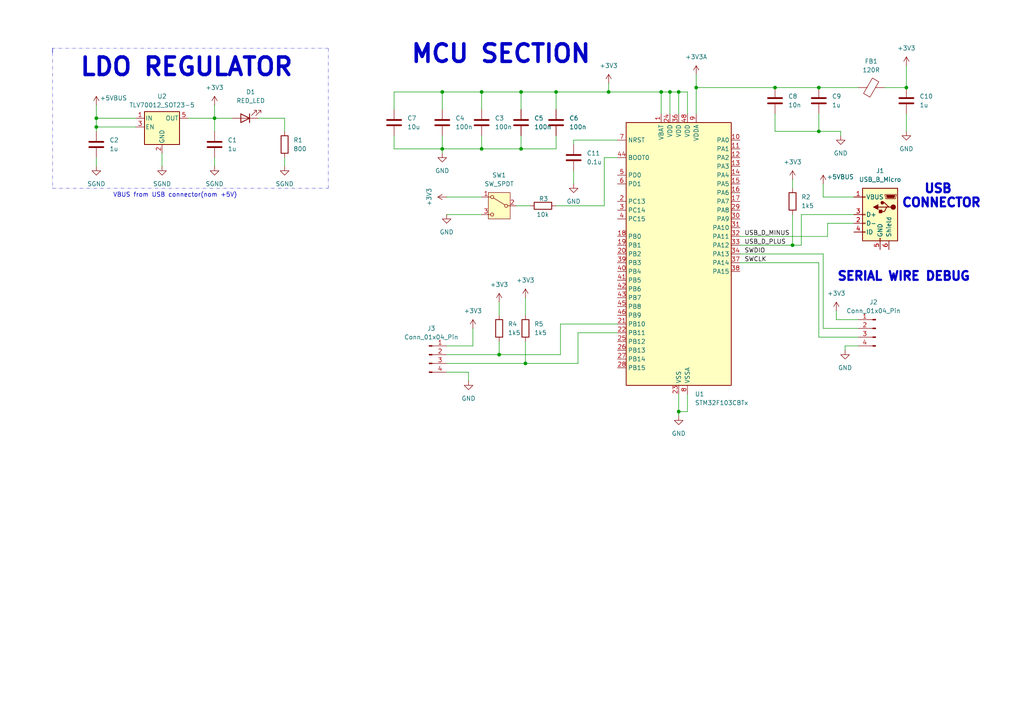
<source format=kicad_sch>
(kicad_sch (version 20250114) (generator "eeschema") (generator_version "9.0")
  (paper "A4")
  (lib_symbols
    (symbol "Connector:Conn_01x04_Pin" (pin_names (offset 1.016) (hide yes))
      (property "Reference" "J" (at 0 5.08 0))
      (property "Value" "Conn_01x04_Pin" (at 0 -7.62 0))
      (symbol "Conn_01x04_Pin_1_1"
        (rectangle (start 0.8636 2.667) (end 0 2.413) (stroke (width 0.1524)) (fill (type outline)))
        (rectangle (start 0.8636 0.127) (end 0 -0.127) (stroke (width 0.1524)) (fill (type outline)))
        (rectangle (start 0.8636 -2.413) (end 0 -2.667) (stroke (width 0.1524)) (fill (type outline)))
        (rectangle (start 0.8636 -4.953) (end 0 -5.207) (stroke (width 0.1524)) (fill (type outline)))
        (polyline (pts (xy 1.27 2.54) (xy 0.8636 2.54)) (stroke (width 0.1524)))
        (polyline (pts (xy 1.27 0) (xy 0.8636 0)) (stroke (width 0.1524)))
        (polyline (pts (xy 1.27 -2.54) (xy 0.8636 -2.54)) (stroke (width 0.1524)))
        (polyline (pts (xy 1.27 -5.08) (xy 0.8636 -5.08)) (stroke (width 0.1524)))
        (pin passive line (at 5.08 2.54 180) (length 3.81) (name "Pin_1") (number "1"))
        (pin passive line (at 5.08 0 180) (length 3.81) (name "Pin_2") (number "2"))
        (pin passive line (at 5.08 -2.54 180) (length 3.81) (name "Pin_3") (number "3"))
        (pin passive line (at 5.08 -5.08 180) (length 3.81) (name "Pin_4") (number "4"))
      )
    )
    (symbol "Connector:USB_B_Micro" (pin_names (offset 1.016))
      (property "Reference" "J" (at -5.08 11.43 0))
      (property "Value" "USB_B_Micro" (at -5.08 8.89 0))
      (symbol "USB_B_Micro_0_1"
        (rectangle (start -5.08 -7.62) (end 5.08 7.62) (stroke (width 0.254)) (fill (type background)))
        (polyline (pts (xy -4.699 5.842) (xy -4.699 5.588) (xy -4.445 4.826) (xy -4.445 4.572) (xy -1.651 4.572) (xy -1.651 4.826) (xy -1.397 5.588) (xy -1.397 5.842) (xy -4.699 5.842)))
        (polyline (pts (xy -4.318 5.588) (xy -1.778 5.588) (xy -2.032 4.826) (xy -4.064 4.826) (xy -4.318 5.588)) (fill (type outline)))
        (circle (center -3.81 2.159) (radius 0.635) (stroke (width 0.254)) (fill (type outline)))
        (polyline (pts (xy -3.175 2.159) (xy -2.54 2.159) (xy -1.27 3.429) (xy -0.635 3.429)) (stroke (width 0.254)))
        (polyline (pts (xy -2.54 2.159) (xy -1.905 2.159) (xy -1.27 0.889) (xy 0 0.889)) (stroke (width 0.254)))
        (polyline (pts (xy -1.905 2.159) (xy 0.635 2.159)) (stroke (width 0.254)))
        (circle (center -0.635 3.429) (radius 0.381) (stroke (width 0.254)) (fill (type outline)))
        (rectangle (start -0.127 -7.62) (end 0.127 -6.858))
        (rectangle (start 0.254 1.27) (end -0.508 0.508) (stroke (width 0.254)) (fill (type outline)))
        (polyline (pts (xy 0.635 2.794) (xy 0.635 1.524) (xy 1.905 2.159) (xy 0.635 2.794)) (stroke (width 0.254)) (fill (type outline)))
        (rectangle (start 5.08 4.953) (end 4.318 5.207))
        (rectangle (start 5.08 -0.127) (end 4.318 0.127))
        (rectangle (start 5.08 -2.667) (end 4.318 -2.413))
        (rectangle (start 5.08 -5.207) (end 4.318 -4.953))
      )
      (symbol "USB_B_Micro_1_1"
        (pin passive line (at -2.54 -10.16 90) (length 2.54) (name "Shield") (number "6"))
        (pin power_out line (at 0 -10.16 90) (length 2.54) (name "GND") (number "5"))
        (pin power_out line (at 7.62 5.08 180) (length 2.54) (name "VBUS") (number "1"))
        (pin bidirectional line (at 7.62 0 180) (length 2.54) (name "D+") (number "3"))
        (pin bidirectional line (at 7.62 -2.54 180) (length 2.54) (name "D-") (number "2"))
        (pin passive line (at 7.62 -5.08 180) (length 2.54) (name "ID") (number "4"))
      )
    )
    (symbol "Device:C" (pin_numbers (hide yes)) (pin_names (offset 0.254))
      (property "Reference" "C" (at 0.635 2.54 0))
      (property "Value" "C" (at 0.635 -2.54 0))
      (symbol "C_0_1"
        (polyline (pts (xy -2.032 0.762) (xy 2.032 0.762)) (stroke (width 0.508)))
        (polyline (pts (xy -2.032 -0.762) (xy 2.032 -0.762)) (stroke (width 0.508)))
      )
      (symbol "C_1_1"
        (pin passive line (at 0 3.81 270) (length 2.794) (name "~") (number "1"))
        (pin passive line (at 0 -3.81 90) (length 2.794) (name "~") (number "2"))
      )
    )
    (symbol "Device:FerriteBead" (pin_numbers (hide yes)) (pin_names (offset 0))
      (property "Reference" "FB" (at -3.81 0.635 90))
      (property "Value" "FerriteBead" (at 3.81 0 90))
      (symbol "FerriteBead_0_1"
        (polyline (pts (xy -2.7686 0.4064) (xy -1.7018 2.2606) (xy 2.7686 -0.3048) (xy 1.6764 -2.159) (xy -2.7686 0.4064)))
        (polyline (pts (xy 0 1.27) (xy 0 1.2954)))
        (polyline (pts (xy 0 -1.27) (xy 0 -1.2192)))
      )
      (symbol "FerriteBead_1_1"
        (pin passive line (at 0 3.81 270) (length 2.54) (name "~") (number "1"))
        (pin passive line (at 0 -3.81 90) (length 2.54) (name "~") (number "2"))
      )
    )
    (symbol "Device:LED" (pin_numbers (hide yes)) (pin_names (offset 1.016) (hide yes))
      (property "Reference" "D" (at 0 2.54 0))
      (property "Value" "LED" (at 0 -2.54 0))
      (symbol "LED_0_1"
        (polyline (pts (xy -3.048 -0.762) (xy -4.572 -2.286) (xy -3.81 -2.286) (xy -4.572 -2.286) (xy -4.572 -1.524)))
        (polyline (pts (xy -1.778 -0.762) (xy -3.302 -2.286) (xy -2.54 -2.286) (xy -3.302 -2.286) (xy -3.302 -1.524)))
        (polyline (pts (xy -1.27 0) (xy 1.27 0)))
        (polyline (pts (xy -1.27 -1.27) (xy -1.27 1.27)) (stroke (width 0.254)))
        (polyline (pts (xy 1.27 -1.27) (xy 1.27 1.27) (xy -1.27 0) (xy 1.27 -1.27)) (stroke (width 0.254)))
      )
      (symbol "LED_1_1"
        (pin passive line (at -3.81 0 0) (length 2.54) (name "K") (number "1"))
        (pin passive line (at 3.81 0 180) (length 2.54) (name "A") (number "2"))
      )
    )
    (symbol "Device:R" (pin_numbers (hide yes)) (pin_names (offset 0))
      (property "Reference" "R" (at 2.032 0 90))
      (property "Value" "R" (at 0 0 90))
      (symbol "R_0_1"
        (rectangle (start -1.016 -2.54) (end 1.016 2.54) (stroke (width 0.254)))
      )
      (symbol "R_1_1"
        (pin passive line (at 0 3.81 270) (length 1.27) (name "~") (number "1"))
        (pin passive line (at 0 -3.81 90) (length 1.27) (name "~") (number "2"))
      )
    )
    (symbol "MCU_ST_STM32F1:STM32F103CBTx"
      (property "Reference" "U" (at -15.24 39.37 0))
      (property "Value" "STM32F103CBTx" (at 7.62 39.37 0))
      (symbol "STM32F103CBTx_0_1"
        (rectangle (start -15.24 -38.1) (end 15.24 38.1) (stroke (width 0.254)) (fill (type background)))
      )
      (symbol "STM32F103CBTx_1_1"
        (pin input line (at -17.78 33.02 0) (length 2.54) (name "NRST") (number "7"))
        (pin input line (at -17.78 27.94 0) (length 2.54) (name "BOOT0") (number "44"))
        (pin bidirectional line (at -17.78 22.86 0) (length 2.54) (name "PD0") (number "5"))
        (pin bidirectional line (at -17.78 20.32 0) (length 2.54) (name "PD1") (number "6"))
        (pin bidirectional line (at -17.78 15.24 0) (length 2.54) (name "PC13") (number "2"))
        (pin bidirectional line (at -17.78 12.7 0) (length 2.54) (name "PC14") (number "3"))
        (pin bidirectional line (at -17.78 10.16 0) (length 2.54) (name "PC15") (number "4"))
        (pin bidirectional line (at -17.78 5.08 0) (length 2.54) (name "PB0") (number "18"))
        (pin bidirectional line (at -17.78 2.54 0) (length 2.54) (name "PB1") (number "19"))
        (pin bidirectional line (at -17.78 0 0) (length 2.54) (name "PB2") (number "20"))
        (pin bidirectional line (at -17.78 -2.54 0) (length 2.54) (name "PB3") (number "39"))
        (pin bidirectional line (at -17.78 -5.08 0) (length 2.54) (name "PB4") (number "40"))
        (pin bidirectional line (at -17.78 -7.62 0) (length 2.54) (name "PB5") (number "41"))
        (pin bidirectional line (at -17.78 -10.16 0) (length 2.54) (name "PB6") (number "42"))
        (pin bidirectional line (at -17.78 -12.7 0) (length 2.54) (name "PB7") (number "43"))
        (pin bidirectional line (at -17.78 -15.24 0) (length 2.54) (name "PB8") (number "45"))
        (pin bidirectional line (at -17.78 -17.78 0) (length 2.54) (name "PB9") (number "46"))
        (pin bidirectional line (at -17.78 -20.32 0) (length 2.54) (name "PB10") (number "21"))
        (pin bidirectional line (at -17.78 -22.86 0) (length 2.54) (name "PB11") (number "22"))
        (pin bidirectional line (at -17.78 -25.4 0) (length 2.54) (name "PB12") (number "25"))
        (pin bidirectional line (at -17.78 -27.94 0) (length 2.54) (name "PB13") (number "26"))
        (pin bidirectional line (at -17.78 -30.48 0) (length 2.54) (name "PB14") (number "27"))
        (pin bidirectional line (at -17.78 -33.02 0) (length 2.54) (name "PB15") (number "28"))
        (pin power_in line (at -5.08 40.64 270) (length 2.54) (name "VBAT") (number "1"))
        (pin power_in line (at -2.54 40.64 270) (length 2.54) (name "VDD") (number "24"))
        (pin power_in line (at 0 40.64 270) (length 2.54) (name "VDD") (number "36"))
        (pin power_in line (at 0 -40.64 90) (length 2.54) (name "VSS") (number "23"))
        (pin passive line (at 0 -40.64 90) (length 2.54) (hide yes) (name "VSS") (number "35"))
        (pin passive line (at 0 -40.64 90) (length 2.54) (hide yes) (name "VSS") (number "47"))
        (pin power_in line (at 2.54 40.64 270) (length 2.54) (name "VDD") (number "48"))
        (pin power_in line (at 2.54 -40.64 90) (length 2.54) (name "VSSA") (number "8"))
        (pin power_in line (at 5.08 40.64 270) (length 2.54) (name "VDDA") (number "9"))
        (pin bidirectional line (at 17.78 33.02 180) (length 2.54) (name "PA0") (number "10"))
        (pin bidirectional line (at 17.78 30.48 180) (length 2.54) (name "PA1") (number "11"))
        (pin bidirectional line (at 17.78 27.94 180) (length 2.54) (name "PA2") (number "12"))
        (pin bidirectional line (at 17.78 25.4 180) (length 2.54) (name "PA3") (number "13"))
        (pin bidirectional line (at 17.78 22.86 180) (length 2.54) (name "PA4") (number "14"))
        (pin bidirectional line (at 17.78 20.32 180) (length 2.54) (name "PA5") (number "15"))
        (pin bidirectional line (at 17.78 17.78 180) (length 2.54) (name "PA6") (number "16"))
        (pin bidirectional line (at 17.78 15.24 180) (length 2.54) (name "PA7") (number "17"))
        (pin bidirectional line (at 17.78 12.7 180) (length 2.54) (name "PA8") (number "29"))
        (pin bidirectional line (at 17.78 10.16 180) (length 2.54) (name "PA9") (number "30"))
        (pin bidirectional line (at 17.78 7.62 180) (length 2.54) (name "PA10") (number "31"))
        (pin bidirectional line (at 17.78 5.08 180) (length 2.54) (name "PA11") (number "32"))
        (pin bidirectional line (at 17.78 2.54 180) (length 2.54) (name "PA12") (number "33"))
        (pin bidirectional line (at 17.78 0 180) (length 2.54) (name "PA13") (number "34"))
        (pin bidirectional line (at 17.78 -2.54 180) (length 2.54) (name "PA14") (number "37"))
        (pin bidirectional line (at 17.78 -5.08 180) (length 2.54) (name "PA15") (number "38"))
      )
    )
    (symbol "Regulator_Linear:TLV70012_SOT23-5" (pin_names (offset 0.254))
      (property "Reference" "U" (at -3.81 5.715 0))
      (property "Value" "TLV70012_SOT23-5" (at 0 5.715 0))
      (symbol "TLV70012_SOT23-5_0_1"
        (rectangle (start -5.08 4.445) (end 5.08 -5.08) (stroke (width 0.254)) (fill (type background)))
      )
      (symbol "TLV70012_SOT23-5_1_1"
        (pin power_in line (at -7.62 2.54 0) (length 2.54) (name "IN") (number "1"))
        (pin input line (at -7.62 0 0) (length 2.54) (name "EN") (number "3"))
        (pin power_in line (at 0 -7.62 90) (length 2.54) (name "GND") (number "2"))
        (pin no_connect line (at 5.08 0 180) (length 2.54) (hide yes) (name "NC") (number "4"))
        (pin power_out line (at 7.62 2.54 180) (length 2.54) (name "OUT") (number "5"))
      )
    )
    (symbol "Switch:SW_SPDT" (pin_names (offset 0) (hide yes))
      (property "Reference" "SW" (at 0 5.08 0))
      (property "Value" "SW_SPDT" (at 0 -5.08 0))
      (symbol "SW_SPDT_0_1"
        (circle (center -2.032 0) (radius 0.4572))
        (polyline (pts (xy -1.651 0.254) (xy 1.651 2.286)))
        (circle (center 2.032 2.54) (radius 0.4572))
        (circle (center 2.032 -2.54) (radius 0.4572))
      )
      (symbol "SW_SPDT_1_1"
        (rectangle (start -3.175 3.81) (end 3.175 -3.81) (fill (type background)))
        (pin passive line (at -5.08 0 0) (length 2.54) (name "B") (number "2"))
        (pin passive line (at 5.08 2.54 180) (length 2.54) (name "A") (number "1"))
        (pin passive line (at 5.08 -2.54 180) (length 2.54) (name "C") (number "3"))
      )
    )
    (symbol "power:+3V3" (power) (pin_numbers (hide yes)) (pin_names (offset 0) (hide yes))
      (property "Value" "+3V3" (at 0 3.556 0))
      (symbol "+3V3_0_1"
        (polyline (pts (xy -0.762 1.27) (xy 0 2.54)))
        (polyline (pts (xy 0 2.54) (xy 0.762 1.27)))
        (polyline (pts (xy 0 0) (xy 0 2.54)))
      )
      (symbol "+3V3_1_1"
        (pin power_in line (at 0 0 90) (length 0) (name "~") (number "1"))
      )
    )
    (symbol "power:+5V" (power) (pin_numbers (hide yes)) (pin_names (offset 0) (hide yes))
      (property "Value" "+5V" (at 0 3.556 0))
      (symbol "+5V_0_1"
        (polyline (pts (xy -0.762 1.27) (xy 0 2.54)))
        (polyline (pts (xy 0 2.54) (xy 0.762 1.27)))
        (polyline (pts (xy 0 0) (xy 0 2.54)))
      )
      (symbol "+5V_1_1"
        (pin power_in line (at 0 0 90) (length 0) (name "~") (number "1"))
      )
    )
    (symbol "power:GND" (power) (pin_numbers (hide yes)) (pin_names (offset 0) (hide yes))
      (property "Value" "GND" (at 0 -3.81 0))
      (symbol "GND_0_1"
        (polyline (pts (xy 0 0) (xy 0 -1.27) (xy 1.27 -1.27) (xy 0 -2.54) (xy -1.27 -1.27) (xy 0 -1.27)))
      )
      (symbol "GND_1_1"
        (pin power_in line (at 0 0 270) (length 0) (name "~") (number "1"))
      )
    )
  )
  (text "VBUS from USB connector(nom +5V)\n\n" (at 50.8 57.658 0) (effects (font (size 1.27 1.27))))
  (text "MCU SECTION" (at 145.288 15.748 0) (effects (font (size 5.08 5.08) (thickness 1.016) (bold yes))))
  (text "SERIAL WIRE DEBUG\n" (at 262.128 80.264 0) (effects (font (size 2.54 2.54) (thickness 1.016) (bold yes))))
  (text "LDO REGULATOR\n" (at 54.102 19.558 0) (effects (font (size 5.08 5.08) (thickness 1.016) (bold yes))))
  (text "USB \nCONNECTOR\n" (at 273.05 56.896 0) (effects (font (size 2.54 2.54) (thickness 1.016) (bold yes))))
  (junction (at 262.89 25.4))
  (junction (at 229.87 71.12))
  (junction (at 151.13 43.18))
  (junction (at 196.85 119.38))
  (junction (at 176.53 26.67))
  (junction (at 191.77 26.67))
  (junction (at 237.49 25.4))
  (junction (at 151.13 26.67))
  (junction (at 161.29 26.67))
  (junction (at 128.27 26.67))
  (junction (at 27.94 36.83))
  (junction (at 139.7 43.18))
  (junction (at 128.27 43.18))
  (junction (at 201.93 25.4))
  (junction (at 237.49 38.1))
  (junction (at 144.78 102.87))
  (junction (at 27.94 34.29))
  (junction (at 196.85 26.67))
  (junction (at 152.4 105.41))
  (junction (at 224.79 25.4))
  (junction (at 194.31 26.67))
  (junction (at 139.7 26.67))
  (junction (at 62.23 34.29))
  (wire (pts (xy 175.26 45.72) (xy 175.26 59.69)))
  (wire (pts (xy 224.79 33.02) (xy 224.79 38.1)))
  (wire (pts (xy 151.13 43.18) (xy 151.13 39.37)))
  (wire (pts (xy 179.07 96.52) (xy 167.64 96.52)))
  (polyline (pts (xy 95.25 13.97) (xy 15.24 13.97)) (stroke (width 0.0508) (type dash_dot_dot)))
  (wire (pts (xy 238.76 57.15) (xy 247.65 57.15)))
  (wire (pts (xy 237.49 76.2) (xy 214.63 76.2)))
  (wire (pts (xy 224.79 25.4) (xy 237.49 25.4)))
  (wire (pts (xy 242.57 92.71) (xy 248.92 92.71)))
  (wire (pts (xy 166.37 40.64) (xy 166.37 41.91)))
  (wire (pts (xy 224.79 38.1) (xy 237.49 38.1)))
  (wire (pts (xy 242.57 90.17) (xy 242.57 92.71)))
  (wire (pts (xy 196.85 26.67) (xy 194.31 26.67)))
  (wire (pts (xy 176.53 26.67) (xy 161.29 26.67)))
  (wire (pts (xy 199.39 114.3) (xy 199.39 119.38)))
  (wire (pts (xy 161.29 39.37) (xy 161.29 43.18)))
  (wire (pts (xy 237.49 97.79) (xy 237.49 76.2)))
  (wire (pts (xy 199.39 33.02) (xy 199.39 26.67)))
  (wire (pts (xy 237.49 25.4) (xy 248.92 25.4)))
  (wire (pts (xy 196.85 33.02) (xy 196.85 26.67)))
  (wire (pts (xy 201.93 25.4) (xy 224.79 25.4)))
  (wire (pts (xy 144.78 102.87) (xy 162.56 102.87)))
  (wire (pts (xy 247.65 62.23) (xy 232.41 62.23)))
  (wire (pts (xy 237.49 38.1) (xy 243.84 38.1)))
  (wire (pts (xy 214.63 71.12) (xy 229.87 71.12)))
  (wire (pts (xy 201.93 25.4) (xy 201.93 33.02)))
  (wire (pts (xy 39.37 36.83) (xy 27.94 36.83)))
  (polyline (pts (xy 15.24 15.24) (xy 15.24 54.61)) (stroke (width 0.0508) (type dash_dot_dot)))
  (wire (pts (xy 54.61 34.29) (xy 62.23 34.29)))
  (wire (pts (xy 262.89 19.05) (xy 262.89 25.4)))
  (wire (pts (xy 139.7 43.18) (xy 151.13 43.18)))
  (wire (pts (xy 243.84 38.1) (xy 243.84 39.37)))
  (wire (pts (xy 196.85 119.38) (xy 196.85 120.65)))
  (wire (pts (xy 137.16 95.25) (xy 137.16 100.33)))
  (wire (pts (xy 152.4 105.41) (xy 167.64 105.41)))
  (wire (pts (xy 129.54 62.23) (xy 139.7 62.23)))
  (polyline (pts (xy 15.24 13.97) (xy 15.24 15.24)))
  (wire (pts (xy 139.7 39.37) (xy 139.7 43.18)))
  (wire (pts (xy 194.31 26.67) (xy 191.77 26.67)))
  (wire (pts (xy 179.07 40.64) (xy 166.37 40.64)))
  (wire (pts (xy 238.76 73.66) (xy 238.76 95.25)))
  (wire (pts (xy 151.13 43.18) (xy 161.29 43.18)))
  (wire (pts (xy 139.7 26.67) (xy 128.27 26.67)))
  (wire (pts (xy 144.78 99.06) (xy 144.78 102.87)))
  (wire (pts (xy 199.39 26.67) (xy 196.85 26.67)))
  (wire (pts (xy 62.23 34.29) (xy 67.31 34.29)))
  (wire (pts (xy 262.89 33.02) (xy 262.89 38.1)))
  (wire (pts (xy 232.41 62.23) (xy 232.41 71.12)))
  (wire (pts (xy 194.31 33.02) (xy 194.31 26.67)))
  (wire (pts (xy 161.29 26.67) (xy 151.13 26.67)))
  (wire (pts (xy 27.94 36.83) (xy 27.94 38.1)))
  (wire (pts (xy 151.13 26.67) (xy 151.13 31.75)))
  (wire (pts (xy 152.4 99.06) (xy 152.4 105.41)))
  (wire (pts (xy 256.54 25.4) (xy 262.89 25.4)))
  (wire (pts (xy 128.27 43.18) (xy 139.7 43.18)))
  (wire (pts (xy 128.27 26.67) (xy 128.27 31.75)))
  (polyline (pts (xy 15.24 54.61) (xy 95.25 54.61)) (stroke (width 0.0508) (type dash_dot_dot)))
  (wire (pts (xy 149.86 59.69) (xy 153.67 59.69)))
  (wire (pts (xy 229.87 52.07) (xy 229.87 54.61)))
  (wire (pts (xy 135.89 107.95) (xy 135.89 110.49)))
  (wire (pts (xy 129.54 105.41) (xy 152.4 105.41)))
  (wire (pts (xy 196.85 119.38) (xy 199.39 119.38)))
  (wire (pts (xy 129.54 102.87) (xy 144.78 102.87)))
  (wire (pts (xy 214.63 68.58) (xy 240.03 68.58)))
  (wire (pts (xy 144.78 87.63) (xy 144.78 91.44)))
  (wire (pts (xy 114.3 26.67) (xy 114.3 31.75)))
  (wire (pts (xy 82.55 45.72) (xy 82.55 48.26)))
  (wire (pts (xy 245.11 100.33) (xy 245.11 101.6)))
  (wire (pts (xy 179.07 93.98) (xy 162.56 93.98)))
  (wire (pts (xy 214.63 73.66) (xy 238.76 73.66)))
  (wire (pts (xy 27.94 45.72) (xy 27.94 48.26)))
  (wire (pts (xy 167.64 96.52) (xy 167.64 105.41)))
  (wire (pts (xy 129.54 57.15) (xy 139.7 57.15)))
  (wire (pts (xy 238.76 95.25) (xy 248.92 95.25)))
  (wire (pts (xy 161.29 59.69) (xy 175.26 59.69)))
  (wire (pts (xy 229.87 71.12) (xy 232.41 71.12)))
  (wire (pts (xy 62.23 45.72) (xy 62.23 48.26)))
  (wire (pts (xy 240.03 64.77) (xy 247.65 64.77)))
  (polyline (pts (xy 95.25 54.61) (xy 95.25 13.97)) (stroke (width 0.0508) (type dash_dot_dot)))
  (wire (pts (xy 129.54 107.95) (xy 135.89 107.95)))
  (wire (pts (xy 161.29 26.67) (xy 161.29 31.75)))
  (wire (pts (xy 237.49 33.02) (xy 237.49 38.1)))
  (wire (pts (xy 229.87 62.23) (xy 229.87 71.12)))
  (wire (pts (xy 27.94 34.29) (xy 27.94 36.83)))
  (wire (pts (xy 139.7 26.67) (xy 139.7 31.75)))
  (wire (pts (xy 82.55 34.29) (xy 82.55 38.1)))
  (wire (pts (xy 151.13 26.67) (xy 139.7 26.67)))
  (wire (pts (xy 166.37 49.53) (xy 166.37 53.34)))
  (wire (pts (xy 114.3 39.37) (xy 114.3 43.18)))
  (wire (pts (xy 179.07 45.72) (xy 175.26 45.72)))
  (wire (pts (xy 176.53 24.13) (xy 176.53 26.67)))
  (wire (pts (xy 27.94 30.48) (xy 27.94 34.29)))
  (wire (pts (xy 46.99 44.45) (xy 46.99 48.26)))
  (wire (pts (xy 128.27 43.18) (xy 128.27 44.45)))
  (wire (pts (xy 128.27 39.37) (xy 128.27 43.18)))
  (wire (pts (xy 62.23 30.48) (xy 62.23 34.29)))
  (wire (pts (xy 240.03 68.58) (xy 240.03 64.77)))
  (wire (pts (xy 74.93 34.29) (xy 82.55 34.29)))
  (wire (pts (xy 39.37 34.29) (xy 27.94 34.29)))
  (wire (pts (xy 248.92 97.79) (xy 237.49 97.79)))
  (wire (pts (xy 128.27 26.67) (xy 114.3 26.67)))
  (wire (pts (xy 162.56 93.98) (xy 162.56 102.87)))
  (wire (pts (xy 152.4 86.36) (xy 152.4 91.44)))
  (wire (pts (xy 191.77 26.67) (xy 191.77 33.02)))
  (wire (pts (xy 201.93 21.59) (xy 201.93 25.4)))
  (wire (pts (xy 196.85 114.3) (xy 196.85 119.38)))
  (wire (pts (xy 248.92 100.33) (xy 245.11 100.33)))
  (wire (pts (xy 129.54 100.33) (xy 137.16 100.33)))
  (wire (pts (xy 114.3 43.18) (xy 128.27 43.18)))
  (wire (pts (xy 176.53 26.67) (xy 191.77 26.67)))
  (wire (pts (xy 238.76 53.34) (xy 238.76 57.15)))
  (wire (pts (xy 62.23 34.29) (xy 62.23 38.1)))
  (label "SWCLK" (at 215.9 76.2 0))
  (label "USB_D_PLUS" (at 215.9 71.12 0))
  (label "USB_D_MINUS" (at 215.9 68.58 0))
  (label "SWDIO" (at 215.9 73.66 0))
  (symbol (lib_id "Connector:USB_B_Micro") (at 255.27 62.23 0) (mirror y) (unit 1)
    (property "Reference" "J1" (at 255.27 49.53 0))
    (property "Value" "USB_B_Micro" (at 255.27 52.07 0))
    (property "Description" "USB Micro Type B connector" (effects (hide yes)))
  )
  (symbol (lib_id "Device:C") (at 62.23 41.91 0) (unit 1)
    (property "Reference" "C1" (at 66.04 40.6399 0) (effects (justify left)))
    (property "Value" "1u" (at 66.04 43.1799 0) (effects (justify left)))
    (property "Footprint" "Capacitor_SMD:C_0603_1608Metric" (effects (hide yes)))
    (property "Description" "Unpolarized capacitor" (effects (hide yes)))
  )
  (symbol (lib_id "Device:C") (at 224.79 29.21 0) (unit 1)
    (property "Reference" "C8" (at 228.6 27.9399 0) (effects (justify left)))
    (property "Value" "10n" (at 228.6 30.4799 0) (effects (justify left)))
    (property "Footprint" "Capacitor_SMD:C_0603_1608Metric" (effects (hide yes)))
    (property "Description" "Unpolarized capacitor" (effects (hide yes)))
  )
  (symbol (lib_id "Device:C") (at 27.94 41.91 0) (unit 1)
    (property "Reference" "C2" (at 31.75 40.6399 0) (effects (justify left)))
    (property "Value" "1u" (at 31.75 43.1799 0) (effects (justify left)))
    (property "Footprint" "Capacitor_SMD:C_0603_1608Metric" (effects (hide yes)))
    (property "Description" "Unpolarized capacitor" (effects (hide yes)))
  )
  (symbol (lib_id "power:+5V") (at 238.76 53.34 0) (unit 1)
    (property "Reference" "#PWR014" (effects (hide yes)))
    (property "Value" "+5VBUS" (at 239.776 51.308 0) (effects (justify left)))
    (property "Description" "Power symbol creates a global label with name \"+5V\"" (effects (hide yes)))
  )
  (symbol (lib_id "power:+3V3") (at 129.54 57.15 90) (unit 1)
    (property "Reference" "#PWR020" (effects (hide yes)))
    (property "Value" "+3V3" (at 124.46 57.15 0))
    (property "Description" "Power symbol creates a global label with name \"+3V3\"" (effects (hide yes)))
  )
  (symbol (lib_id "Device:C") (at 262.89 29.21 0) (unit 1)
    (property "Reference" "C10" (at 266.7 27.9399 0) (effects (justify left)))
    (property "Value" "1u" (at 266.7 30.4799 0) (effects (justify left)))
    (property "Footprint" "Capacitor_SMD:C_0603_1608Metric" (effects (hide yes)))
    (property "Description" "Unpolarized capacitor" (effects (hide yes)))
  )
  (symbol (lib_id "power:GND") (at 196.85 120.65 0) (unit 1)
    (property "Reference" "#PWR013" (effects (hide yes)))
    (property "Value" "GND" (at 196.85 125.73 0))
    (property "Description" "Power symbol creates a global label with name \"GND\" , ground" (effects (hide yes)))
  )
  (symbol (lib_id "Device:C") (at 128.27 35.56 0) (unit 1)
    (property "Reference" "C4" (at 132.08 34.2899 0) (effects (justify left)))
    (property "Value" "100n" (at 132.08 36.8299 0) (effects (justify left)))
    (property "Footprint" "Capacitor_SMD:C_0603_1608Metric" (effects (hide yes)))
    (property "Description" "Unpolarized capacitor" (effects (hide yes)))
  )
  (symbol (lib_id "Device:R") (at 82.55 41.91 0) (unit 1)
    (property "Reference" "R1" (at 85.09 40.6399 0) (effects (justify left)))
    (property "Value" "800" (at 85.09 43.1799 0) (effects (justify left)))
    (property "Footprint" "Resistor_SMD:R_0603_1608Metric_Pad0.98x0.95mm_HandSolder" (effects (hide yes)))
    (property "Description" "Resistor" (effects (hide yes)))
  )
  (symbol (lib_id "power:+3V3") (at 201.93 21.59 0) (unit 1)
    (property "Reference" "#PWR09" (effects (hide yes)))
    (property "Value" "+3V3A" (at 201.93 16.51 0))
    (property "Description" "Power symbol creates a global label with name \"+3V3\"" (effects (hide yes)))
  )
  (symbol (lib_id "Device:C") (at 151.13 35.56 0) (unit 1)
    (property "Reference" "C5" (at 154.94 34.2899 0) (effects (justify left)))
    (property "Value" "100n" (at 154.94 36.8299 0) (effects (justify left)))
    (property "Footprint" "Capacitor_SMD:C_0603_1608Metric" (effects (hide yes)))
    (property "Description" "Unpolarized capacitor" (effects (hide yes)))
  )
  (symbol (lib_id "Device:FerriteBead") (at 252.73 25.4 90) (unit 1)
    (property "Reference" "FB1" (at 252.6792 17.78 90))
    (property "Value" "120R" (at 252.6792 20.32 90))
    (property "Description" "Ferrite bead" (effects (hide yes)))
  )
  (symbol (lib_id "power:GND") (at 243.84 39.37 0) (unit 1)
    (property "Reference" "#PWR010" (effects (hide yes)))
    (property "Value" "GND" (at 243.84 44.45 0))
    (property "Description" "Power symbol creates a global label with name \"GND\" , ground" (effects (hide yes)))
  )
  (symbol (lib_id "power:+3V3") (at 152.4 86.36 0) (unit 1)
    (property "Reference" "#PWR024" (effects (hide yes)))
    (property "Value" "+3V3" (at 152.4 81.28 0))
    (property "Description" "Power symbol creates a global label with name \"+3V3\"" (effects (hide yes)))
  )
  (symbol (lib_id "Device:R") (at 229.87 58.42 0) (unit 1)
    (property "Reference" "R2" (at 232.41 57.1499 0) (effects (justify left)))
    (property "Value" "1k5" (at 232.41 59.6899 0) (effects (justify left)))
    (property "Description" "Resistor" (effects (hide yes)))
  )
  (symbol (lib_id "power:GND") (at 245.11 101.6 0) (unit 1)
    (property "Reference" "#PWR017" (effects (hide yes)))
    (property "Value" "GND" (at 245.11 106.68 0))
    (property "Description" "Power symbol creates a global label with name \"GND\" , ground" (effects (hide yes)))
  )
  (symbol (lib_id "power:+3V3") (at 229.87 52.07 0) (unit 1)
    (property "Reference" "#PWR015" (effects (hide yes)))
    (property "Value" "+3V3" (at 229.87 46.99 0))
    (property "Description" "Power symbol creates a global label with name \"+3V3\"" (effects (hide yes)))
  )
  (symbol (lib_id "power:GND") (at 135.89 110.49 0) (unit 1)
    (property "Reference" "#PWR022" (effects (hide yes)))
    (property "Value" "GND" (at 135.89 115.57 0))
    (property "Description" "Power symbol creates a global label with name \"GND\" , ground" (effects (hide yes)))
  )
  (symbol (lib_id "power:GND") (at 62.23 48.26 0) (unit 1)
    (property "Reference" "#PWR02" (effects (hide yes)))
    (property "Value" "SGND" (at 62.23 53.34 0))
    (property "Description" "Power symbol creates a global label with name \"GND\" , ground" (effects (hide yes)))
  )
  (symbol (lib_id "Device:R") (at 144.78 95.25 0) (unit 1)
    (property "Reference" "R4" (at 147.32 93.9799 0) (effects (justify left)))
    (property "Value" "1k5" (at 147.32 96.5199 0) (effects (justify left)))
    (property "Description" "Resistor" (effects (hide yes)))
  )
  (symbol (lib_id "Connector:Conn_01x04_Pin") (at 254 95.25 0) (mirror y) (unit 1)
    (property "Reference" "J2" (at 253.365 87.63 0))
    (property "Value" "Conn_01x04_Pin" (at 253.365 90.17 0))
    (property "Description" "Generic connector, single row, 01x04, script generated" (effects (hide yes)))
  )
  (symbol (lib_id "power:GND") (at 27.94 48.26 0) (unit 1)
    (property "Reference" "#PWR03" (effects (hide yes)))
    (property "Value" "SGND" (at 27.94 53.34 0))
    (property "Description" "Power symbol creates a global label with name \"GND\" , ground" (effects (hide yes)))
  )
  (symbol (lib_id "Connector:Conn_01x04_Pin") (at 124.46 102.87 0) (unit 1)
    (property "Reference" "J3" (at 125.095 95.25 0))
    (property "Value" "Conn_01x04_Pin" (at 125.095 97.79 0))
    (property "Description" "Generic connector, single row, 01x04, script generated" (effects (hide yes)))
  )
  (symbol (lib_id "power:GND") (at 262.89 38.1 0) (unit 1)
    (property "Reference" "#PWR012" (effects (hide yes)))
    (property "Value" "GND" (at 262.89 43.18 0))
    (property "Description" "Power symbol creates a global label with name \"GND\" , ground" (effects (hide yes)))
  )
  (symbol (lib_id "power:GND") (at 129.54 62.23 0) (unit 1)
    (property "Reference" "#PWR019" (effects (hide yes)))
    (property "Value" "GND" (at 129.54 67.31 0))
    (property "Description" "Power symbol creates a global label with name \"GND\" , ground" (effects (hide yes)))
  )
  (symbol (lib_id "power:+3V3") (at 137.16 95.25 0) (unit 1)
    (property "Reference" "#PWR021" (effects (hide yes)))
    (property "Value" "+3V3" (at 137.16 90.17 0))
    (property "Description" "Power symbol creates a global label with name \"+3V3\"" (effects (hide yes)))
  )
  (symbol (lib_id "power:GND") (at 128.27 44.45 0) (unit 1)
    (property "Reference" "#PWR07" (effects (hide yes)))
    (property "Value" "GND" (at 128.27 49.53 0))
    (property "Description" "Power symbol creates a global label with name \"GND\" , ground" (effects (hide yes)))
  )
  (symbol (lib_id "power:+5V") (at 27.94 30.48 0) (unit 1)
    (property "Reference" "#PWR04" (effects (hide yes)))
    (property "Value" "+5VBUS" (at 28.956 28.448 0) (effects (justify left)))
    (property "Description" "Power symbol creates a global label with name \"+5V\"" (effects (hide yes)))
  )
  (symbol (lib_id "power:GND") (at 166.37 53.34 0) (unit 1)
    (property "Reference" "#PWR018" (effects (hide yes)))
    (property "Value" "GND" (at 166.37 58.42 0))
    (property "Description" "Power symbol creates a global label with name \"GND\" , ground" (effects (hide yes)))
  )
  (symbol (lib_id "power:GND") (at 46.99 48.26 0) (unit 1)
    (property "Reference" "#PWR01" (effects (hide yes)))
    (property "Value" "SGND" (at 46.99 53.34 0))
    (property "Description" "Power symbol creates a global label with name \"GND\" , ground" (effects (hide yes)))
  )
  (symbol (lib_id "power:+3V3") (at 144.78 87.63 0) (unit 1)
    (property "Reference" "#PWR023" (effects (hide yes)))
    (property "Value" "+3V3" (at 144.78 82.55 0))
    (property "Description" "Power symbol creates a global label with name \"+3V3\"" (effects (hide yes)))
  )
  (symbol (lib_id "Device:C") (at 237.49 29.21 0) (unit 1)
    (property "Reference" "C9" (at 241.3 27.9399 0) (effects (justify left)))
    (property "Value" "1u" (at 241.3 30.4799 0) (effects (justify left)))
    (property "Footprint" "Capacitor_SMD:C_0603_1608Metric" (effects (hide yes)))
    (property "Description" "Unpolarized capacitor" (effects (hide yes)))
  )
  (symbol (lib_id "Device:R") (at 157.48 59.69 270) (unit 1)
    (property "Reference" "R3" (at 159.004 57.658 90) (effects (justify right)))
    (property "Value" "10k" (at 159.258 62.23 90) (effects (justify right)))
    (property "Description" "Resistor" (effects (hide yes)))
  )
  (symbol (lib_id "Device:LED") (at 71.12 34.29 180) (unit 1)
    (property "Reference" "D1" (at 72.7075 26.67 0))
    (property "Value" "RED_LED" (at 72.7075 29.21 0))
    (property "Description" "Light emitting diode" (effects (hide yes)))
    (property "Sim.Pins" "1=K 2=A" (effects (hide yes)))
  )
  (symbol (lib_id "MCU_ST_STM32F1:STM32F103CBTx") (at 196.85 73.66 0) (unit 1)
    (property "Reference" "U1" (at 201.5333 114.3 0) (effects (justify left)))
    (property "Value" "STM32F103CBTx" (at 201.5333 116.84 0) (effects (justify left)))
    (property "Footprint" "Package_QFP:LQFP-48_7x7mm_P0.5mm" (effects (hide yes)))
    (property "Datasheet" "https://www.st.com/resource/en/datasheet/stm32f103cb.pdf" (effects (hide yes)))
    (property "Description" "STMicroelectronics Arm Cortex-M3 MCU, 128KB flash, 20KB RAM, 72 MHz, 2.0-3.6V, 37 GPIO, LQFP48" (effects (hide yes)))
  )
  (symbol (lib_id "Device:C") (at 161.29 35.56 0) (unit 1)
    (property "Reference" "C6" (at 165.1 34.2899 0) (effects (justify left)))
    (property "Value" "100n" (at 165.1 36.8299 0) (effects (justify left)))
    (property "Footprint" "Capacitor_SMD:C_0603_1608Metric" (effects (hide yes)))
    (property "Description" "Unpolarized capacitor" (effects (hide yes)))
  )
  (symbol (lib_id "power:+3V3") (at 242.57 90.17 0) (unit 1)
    (property "Reference" "#PWR016" (effects (hide yes)))
    (property "Value" "+3V3" (at 242.57 85.09 0))
    (property "Description" "Power symbol creates a global label with name \"+3V3\"" (effects (hide yes)))
  )
  (symbol (lib_id "Device:R") (at 152.4 95.25 0) (unit 1)
    (property "Reference" "R5" (at 154.94 93.9799 0) (effects (justify left)))
    (property "Value" "1k5" (at 154.94 96.5199 0) (effects (justify left)))
    (property "Description" "Resistor" (effects (hide yes)))
  )
  (symbol (lib_id "Device:C") (at 114.3 35.56 0) (unit 1)
    (property "Reference" "C7" (at 118.11 34.2899 0) (effects (justify left)))
    (property "Value" "10u" (at 118.11 36.8299 0) (effects (justify left)))
    (property "Footprint" "Capacitor_SMD:C_0603_1608Metric" (effects (hide yes)))
    (property "Description" "Unpolarized capacitor" (effects (hide yes)))
  )
  (symbol (lib_id "power:+3V3") (at 176.53 24.13 0) (unit 1)
    (property "Reference" "#PWR08" (effects (hide yes)))
    (property "Value" "+3V3" (at 176.53 19.05 0))
    (property "Description" "Power symbol creates a global label with name \"+3V3\"" (effects (hide yes)))
  )
  (symbol (lib_id "Regulator_Linear:TLV70012_SOT23-5") (at 46.99 36.83 0) (unit 1)
    (property "Reference" "U2" (at 46.99 27.94 0))
    (property "Value" "TLV70012_SOT23-5" (at 46.99 30.48 0))
    (property "Footprint" "Package_TO_SOT_SMD:SOT-23-5" (effects (hide yes)))
    (property "Datasheet" "http://www.ti.com/lit/ds/symlink/tlv700.pdf" (effects (hide yes)))
    (property "Description" "200mA Low Dropout Voltage Regulator, Fixed Output 1.2V, SOT-23-5" (effects (hide yes)))
  )
  (symbol (lib_id "power:+3V3") (at 62.23 30.48 0) (unit 1)
    (property "Reference" "#PWR05" (effects (hide yes)))
    (property "Value" "+3V3" (at 62.23 25.4 0))
    (property "Description" "Power symbol creates a global label with name \"+3V3\"" (effects (hide yes)))
  )
  (symbol (lib_id "Device:C") (at 139.7 35.56 0) (unit 1)
    (property "Reference" "C3" (at 143.51 34.2899 0) (effects (justify left)))
    (property "Value" "100n" (at 143.51 36.8299 0) (effects (justify left)))
    (property "Footprint" "Capacitor_SMD:C_0603_1608Metric" (effects (hide yes)))
    (property "Description" "Unpolarized capacitor" (effects (hide yes)))
  )
  (symbol (lib_id "Switch:SW_SPDT") (at 144.78 59.69 0) (mirror y) (unit 1)
    (property "Reference" "SW1" (at 144.78 50.8 0))
    (property "Value" "SW_SPDT" (at 144.78 53.34 0))
    (property "Description" "Switch, single pole double throw" (effects (hide yes)))
  )
  (symbol (lib_id "power:+3V3") (at 262.89 19.05 0) (unit 1)
    (property "Reference" "#PWR011" (effects (hide yes)))
    (property "Value" "+3V3" (at 262.89 13.97 0))
    (property "Description" "Power symbol creates a global label with name \"+3V3\"" (effects (hide yes)))
  )
  (symbol (lib_id "power:GND") (at 82.55 48.26 0) (unit 1)
    (property "Reference" "#PWR06" (effects (hide yes)))
    (property "Value" "SGND" (at 82.55 53.34 0))
    (property "Description" "Power symbol creates a global label with name \"GND\" , ground" (effects (hide yes)))
  )
  (symbol (lib_id "Device:C") (at 166.37 45.72 0) (unit 1)
    (property "Reference" "C11" (at 170.18 44.4499 0) (effects (justify left)))
    (property "Value" "0.1u" (at 170.18 46.9899 0) (effects (justify left)))
    (property "Description" "Unpolarized capacitor" (effects (hide yes)))
  )
)
</source>
